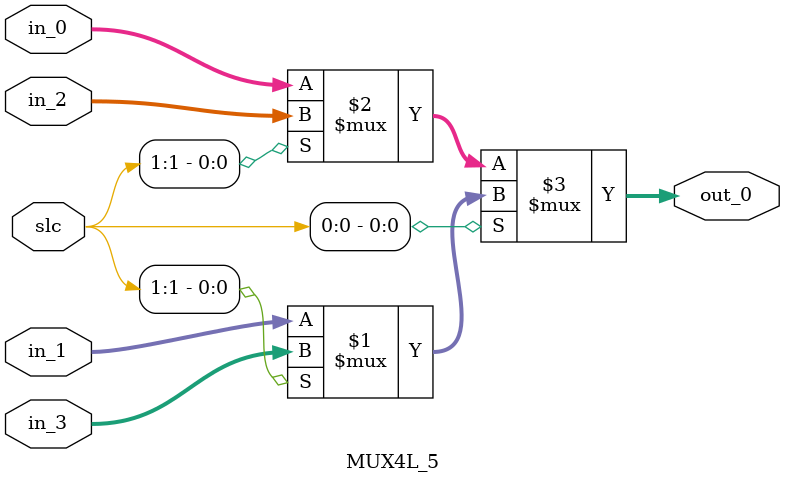
<source format=v>
`timescale 1ns / 1ps
module MUX4L_5(
	 input [1:0] slc,
   input [4:0] in_0,
   input [4:0] in_1,
	 input [4:0] in_2,
	 input [4:0] in_3,
   output [4:0] out_0
    );

	assign out_0 = slc[0] ? (slc[1] ? in_3 : in_1) : (slc[1] ? in_2 : in_0);
endmodule
</source>
